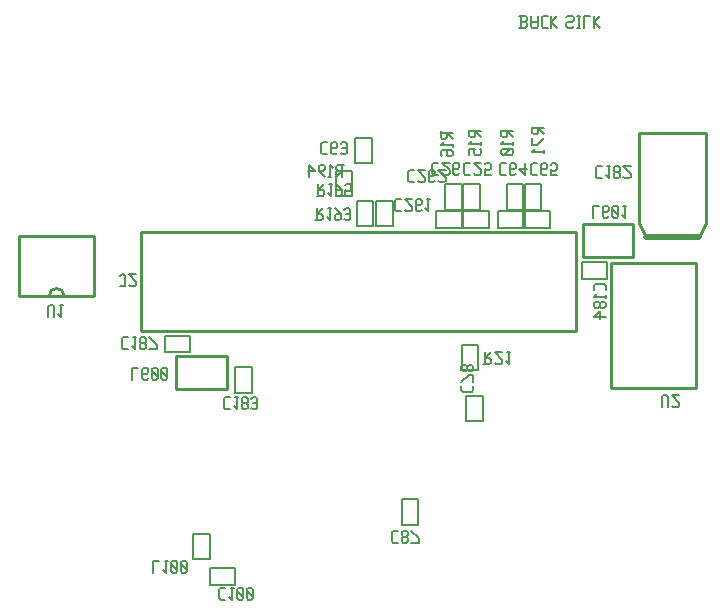
<source format=gbr>
G04 start of page 11 for group -4078 idx -4078
G04 Title: RX Daughterboard, bottomsilk *
G04 Creator: pcb-bin 1.99u *
G04 CreationDate: Sun Jan  7 00:01:30 2007 UTC *
G04 For: matt *
G04 Format: Gerber/RS-274X *
G04 PCB-Dimensions: 275000 250000 *
G04 PCB-Coordinate-Origin: lower left *
%MOIN*%
%FSLAX24Y24*%
%LNBACKSILK*%
%ADD11C,0.0050*%
%ADD12C,0.0060*%
%ADD13C,0.0100*%
%ADD14C,0.0200*%
G54D11*X21000Y23550D02*X21200D01*
X21250Y23500D01*
Y23400D02*Y23500D01*
X21200Y23350D02*X21250Y23400D01*
X21050Y23350D02*X21200D01*
X21050Y23150D02*Y23550D01*
X21000Y23150D02*X21200D01*
X21250Y23200D01*
Y23300D01*
X21200Y23350D02*X21250Y23300D01*
X21370Y23200D02*Y23550D01*
Y23200D02*X21420Y23150D01*
X21570D01*
X21620Y23200D01*
Y23550D01*
X21370Y23350D02*X21620D01*
X21790Y23550D02*X21940D01*
X21740Y23500D02*X21790Y23550D01*
X21740Y23200D02*Y23500D01*
Y23200D02*X21790Y23150D01*
X21940D01*
X22060D02*Y23550D01*
Y23350D02*X22260Y23150D01*
X22060Y23350D02*X22260Y23550D01*
X22760Y23150D02*X22810Y23200D01*
X22610Y23150D02*X22760D01*
X22560Y23200D02*X22610Y23150D01*
X22560Y23200D02*Y23300D01*
X22610Y23350D01*
X22760D01*
X22810Y23400D01*
Y23500D01*
X22760Y23550D02*X22810Y23500D01*
X22610Y23550D02*X22760D01*
X22560Y23500D02*X22610Y23550D01*
X22930Y23150D02*X23030D01*
X22980D02*Y23550D01*
X22930D02*X23030D01*
X23150Y23150D02*Y23550D01*
X23350D01*
X23470Y23150D02*Y23550D01*
Y23350D02*X23670Y23150D01*
X23470Y23350D02*X23670Y23550D01*
G54D12*X19230Y10870D02*X19770D01*
Y10030D01*
X19230D02*X19770D01*
X19230Y10870D02*Y10030D01*
X19080Y11730D02*X19620D01*
X19080Y12570D02*Y11730D01*
Y12570D02*X19620D01*
Y11730D01*
X17080Y6580D02*X17620D01*
X17080Y7420D02*Y6580D01*
Y7420D02*X17620D01*
Y6580D01*
X15580Y16530D02*X16120D01*
X15580Y17370D02*Y16530D01*
Y17370D02*X16120D01*
Y16530D01*
X14880Y17530D02*X15420D01*
X14880Y18370D02*Y17530D01*
Y18370D02*X15420D01*
Y17530D01*
G54D13*X9560Y12190D02*Y11110D01*
Y12190D02*X11240D01*
Y11110D01*
X9560D02*X11240D01*
G54D12*X11530Y10980D02*X12070D01*
X11530Y11820D02*Y10980D01*
Y11820D02*X12070D01*
Y10980D01*
X11520Y4580D02*Y5120D01*
X10680Y4580D02*X11520D01*
X10680D02*Y5120D01*
X11520D01*
X10130Y5430D02*X10670D01*
X10130Y6270D02*Y5430D01*
Y6270D02*X10670D01*
Y5430D01*
X9180Y12870D02*Y12330D01*
Y12870D02*X10020D01*
Y12330D01*
X9180D02*X10020D01*
G54D13*X24050Y15290D02*Y11150D01*
Y15290D02*X26900D01*
Y11150D01*
X24050D02*X26900D01*
G54D14*X25230Y16170D02*X26970D01*
G54D13*X25230D02*X24980Y16650D01*
Y19630D02*Y16650D01*
Y19630D02*X27220D01*
Y16650D01*
X26970Y16170D01*
G54D12*X23080Y15320D02*Y14780D01*
Y15320D02*X23920D01*
Y14780D01*
X23080D02*X23920D01*
X19130Y17920D02*X19670D01*
Y17080D01*
X19130D02*X19670D01*
X19130Y17920D02*Y17080D01*
X15530Y19470D02*X16070D01*
Y18630D01*
X15530D02*X16070D01*
X15530Y19470D02*Y18630D01*
X16230Y17370D02*X16770D01*
Y16530D01*
X16230D02*X16770D01*
X16230Y17370D02*Y16530D01*
X21120Y17020D02*Y16480D01*
X20280D02*X21120D01*
X20280Y17020D02*Y16480D01*
Y17020D02*X21120D01*
X19130D02*Y16480D01*
Y17020D02*X19970D01*
Y16480D01*
X19130D02*X19970D01*
G54D13*X8399Y16318D02*Y13018D01*
Y16318D02*X22899D01*
X8399Y13018D02*X22899D01*
Y16318D02*Y13018D01*
G54D12*X19070Y17020D02*Y16480D01*
X18230D02*X19070D01*
X18230Y17020D02*Y16480D01*
Y17020D02*X19070D01*
X18530Y17920D02*X19070D01*
Y17080D01*
X18530D02*X19070D01*
X18530Y17920D02*Y17080D01*
G54D13*X4310Y14200D02*X5820D01*
X5320D02*X6830D01*
Y16200D02*Y14200D01*
X4310Y16200D02*X6830D01*
X4310D02*Y14200D01*
X5820D02*G75*G03X5320Y14200I-250J0D01*G01*
G54D12*X21180Y17920D02*X21720D01*
Y17080D02*Y17920D01*
X21180Y17080D02*X21720D01*
X21180D02*Y17920D01*
X20580D02*X21120D01*
Y17080D01*
X20580D02*X21120D01*
X20580Y17920D02*Y17080D01*
X21180Y17020D02*Y16480D01*
Y17020D02*X22020D01*
Y16480D01*
X21180D02*X22020D01*
G54D13*X23110Y16590D02*Y15510D01*
Y16590D02*X24790D01*
Y15510D01*
X23110D02*X24790D01*
G54D11*X19060Y11060D02*Y11210D01*
X19110Y11010D02*X19060Y11060D01*
X19110Y11010D02*X19410D01*
X19460Y11060D01*
Y11210D01*
X19060Y11330D02*X19310Y11580D01*
X19460D01*
Y11330D02*Y11580D01*
X19110Y11700D02*X19060Y11750D01*
X19110Y11700D02*X19210D01*
X19260Y11750D01*
Y11850D01*
X19210Y11900D01*
X19110D02*X19210D01*
X19060Y11850D02*X19110Y11900D01*
X19060Y11750D02*Y11850D01*
X19310Y11700D02*X19260Y11750D01*
X19310Y11700D02*X19410D01*
X19460Y11750D01*
Y11850D01*
X19410Y11900D01*
X19310D02*X19410D01*
X19260Y11850D02*X19310Y11900D01*
X19800Y11930D02*X20000D01*
X20050Y11980D01*
Y12080D01*
X20000Y12130D02*X20050Y12080D01*
X19850Y12130D02*X20000D01*
X19850Y11930D02*Y12330D01*
Y12130D02*X20050Y12330D01*
X20170Y11980D02*X20220Y11930D01*
X20370D01*
X20420Y11980D01*
Y12080D01*
X20170Y12330D02*X20420Y12080D01*
X20170Y12330D02*X20420D01*
X20590D02*X20690D01*
X20640Y11930D02*Y12330D01*
X20540Y12030D02*X20640Y11930D01*
X25750Y10500D02*Y10850D01*
X25800Y10900D01*
X25900D01*
X25950Y10850D01*
Y10500D02*Y10850D01*
X26070Y10550D02*X26120Y10500D01*
X26270D01*
X26320Y10550D01*
Y10650D01*
X26070Y10900D02*X26320Y10650D01*
X26070Y10900D02*X26320D01*
X16800Y6380D02*X16950D01*
X16750Y6330D02*X16800Y6380D01*
X16750Y6030D02*Y6330D01*
Y6030D02*X16800Y5980D01*
X16950D01*
X17070Y6330D02*X17120Y6380D01*
X17070Y6230D02*Y6330D01*
Y6230D02*X17120Y6180D01*
X17220D01*
X17270Y6230D01*
Y6330D01*
X17220Y6380D02*X17270Y6330D01*
X17120Y6380D02*X17220D01*
X17070Y6130D02*X17120Y6180D01*
X17070Y6030D02*Y6130D01*
Y6030D02*X17120Y5980D01*
X17220D01*
X17270Y6030D01*
Y6130D01*
X17220Y6180D02*X17270Y6130D01*
X17390Y6380D02*X17640Y6130D01*
Y5980D02*Y6130D01*
X17390Y5980D02*X17640D01*
X14450Y19330D02*X14600D01*
X14400Y19280D02*X14450Y19330D01*
X14400Y18980D02*Y19280D01*
Y18980D02*X14450Y18930D01*
X14600D01*
X14870D02*X14920Y18980D01*
X14770Y18930D02*X14870D01*
X14720Y18980D02*X14770Y18930D01*
X14720Y18980D02*Y19280D01*
X14770Y19330D01*
X14870Y19130D02*X14920Y19180D01*
X14720Y19130D02*X14870D01*
X14770Y19330D02*X14870D01*
X14920Y19280D01*
Y19180D02*Y19280D01*
X15040Y18980D02*X15090Y18930D01*
X15190D01*
X15240Y18980D01*
Y19280D01*
X15190Y19330D02*X15240Y19280D01*
X15090Y19330D02*X15190D01*
X15040Y19280D02*X15090Y19330D01*
Y19130D02*X15240D01*
X16900Y17430D02*X17050D01*
X16850Y17380D02*X16900Y17430D01*
X16850Y17080D02*Y17380D01*
Y17080D02*X16900Y17030D01*
X17050D01*
X17170Y17080D02*X17220Y17030D01*
X17370D01*
X17420Y17080D01*
Y17180D01*
X17170Y17430D02*X17420Y17180D01*
X17170Y17430D02*X17420D01*
X17690Y17030D02*X17740Y17080D01*
X17590Y17030D02*X17690D01*
X17540Y17080D02*X17590Y17030D01*
X17540Y17080D02*Y17380D01*
X17590Y17430D01*
X17690Y17230D02*X17740Y17280D01*
X17540Y17230D02*X17690D01*
X17590Y17430D02*X17690D01*
X17740Y17380D01*
Y17280D02*Y17380D01*
X17910Y17430D02*X18010D01*
X17960Y17030D02*Y17430D01*
X17860Y17130D02*X17960Y17030D01*
X17335Y18385D02*X17485D01*
X17285Y18335D02*X17335Y18385D01*
X17285Y18035D02*Y18335D01*
Y18035D02*X17335Y17985D01*
X17485D01*
X17605Y18035D02*X17655Y17985D01*
X17805D01*
X17855Y18035D01*
Y18135D01*
X17605Y18385D02*X17855Y18135D01*
X17605Y18385D02*X17855D01*
X18125Y17985D02*X18175Y18035D01*
X18025Y17985D02*X18125D01*
X17975Y18035D02*X18025Y17985D01*
X17975Y18035D02*Y18335D01*
X18025Y18385D01*
X18125Y18185D02*X18175Y18235D01*
X17975Y18185D02*X18125D01*
X18025Y18385D02*X18125D01*
X18175Y18335D01*
Y18235D02*Y18335D01*
X18295Y18035D02*X18345Y17985D01*
X18495D01*
X18545Y18035D01*
Y18135D01*
X18295Y18385D02*X18545Y18135D01*
X18295Y18385D02*X18545D01*
X20400Y18630D02*X20550D01*
X20350Y18580D02*X20400Y18630D01*
X20350Y18280D02*Y18580D01*
Y18280D02*X20400Y18230D01*
X20550D01*
X20820D02*X20870Y18280D01*
X20720Y18230D02*X20820D01*
X20670Y18280D02*X20720Y18230D01*
X20670Y18280D02*Y18580D01*
X20720Y18630D01*
X20820Y18430D02*X20870Y18480D01*
X20670Y18430D02*X20820D01*
X20720Y18630D02*X20820D01*
X20870Y18580D01*
Y18480D02*Y18580D01*
X20990Y18430D02*X21190Y18230D01*
X20990Y18430D02*X21240D01*
X21190Y18230D02*Y18630D01*
X19200Y18650D02*X19350D01*
X19150Y18600D02*X19200Y18650D01*
X19150Y18300D02*Y18600D01*
Y18300D02*X19200Y18250D01*
X19350D01*
X19470Y18300D02*X19520Y18250D01*
X19670D01*
X19720Y18300D01*
Y18400D01*
X19470Y18650D02*X19720Y18400D01*
X19470Y18650D02*X19720D01*
X19840Y18250D02*X20040D01*
X19840D02*Y18450D01*
X19890Y18400D01*
X19990D01*
X20040Y18450D01*
Y18600D01*
X19990Y18650D02*X20040Y18600D01*
X19890Y18650D02*X19990D01*
X19840Y18600D02*X19890Y18650D01*
X18150D02*X18300D01*
X18100Y18600D02*X18150Y18650D01*
X18100Y18300D02*Y18600D01*
Y18300D02*X18150Y18250D01*
X18300D01*
X18420Y18300D02*X18470Y18250D01*
X18620D01*
X18670Y18300D01*
Y18400D01*
X18420Y18650D02*X18670Y18400D01*
X18420Y18650D02*X18670D01*
X18940Y18250D02*X18990Y18300D01*
X18840Y18250D02*X18940D01*
X18790Y18300D02*X18840Y18250D01*
X18790Y18300D02*Y18600D01*
X18840Y18650D01*
X18940Y18450D02*X18990Y18500D01*
X18790Y18450D02*X18940D01*
X18840Y18650D02*X18940D01*
X18990Y18600D01*
Y18500D02*Y18600D01*
X21430Y19650D02*Y19850D01*
Y19650D02*X21480Y19600D01*
X21580D01*
X21630Y19650D02*X21580Y19600D01*
X21630Y19650D02*Y19800D01*
X21430D02*X21830D01*
X21630D02*X21830Y19600D01*
Y19479D02*X21580Y19229D01*
X21430D02*X21580D01*
X21430D02*Y19479D01*
X21830Y18959D02*Y19059D01*
X21430Y19009D02*X21830D01*
X21530Y19109D02*X21430Y19009D01*
X18380Y19500D02*Y19700D01*
Y19500D02*X18430Y19450D01*
X18530D01*
X18580Y19500D02*X18530Y19450D01*
X18580Y19500D02*Y19650D01*
X18380D02*X18780D01*
X18580D02*X18780Y19450D01*
Y19179D02*Y19279D01*
X18380Y19229D02*X18780D01*
X18480Y19329D02*X18380Y19229D01*
Y18909D02*X18430Y18859D01*
X18380Y18909D02*Y19009D01*
X18430Y19059D02*X18380Y19009D01*
X18430Y19059D02*X18730D01*
X18780Y19009D01*
X18580Y18909D02*X18630Y18859D01*
X18580Y18909D02*Y19059D01*
X18780Y18909D02*Y19009D01*
Y18909D02*X18730Y18859D01*
X18630D02*X18730D01*
X19330Y19550D02*Y19750D01*
Y19550D02*X19380Y19500D01*
X19480D01*
X19530Y19550D02*X19480Y19500D01*
X19530Y19550D02*Y19700D01*
X19330D02*X19730D01*
X19530D02*X19730Y19500D01*
Y19229D02*Y19329D01*
X19330Y19279D02*X19730D01*
X19430Y19379D02*X19330Y19279D01*
Y18909D02*Y19109D01*
X19530D01*
X19480Y19059D01*
Y18959D02*Y19059D01*
Y18959D02*X19530Y18909D01*
X19680D01*
X19730Y18959D02*X19680Y18909D01*
X19730Y18959D02*Y19059D01*
X19680Y19109D02*X19730Y19059D01*
X20400Y19550D02*Y19750D01*
Y19550D02*X20450Y19500D01*
X20550D01*
X20600Y19550D02*X20550Y19500D01*
X20600Y19550D02*Y19700D01*
X20400D02*X20800D01*
X20600D02*X20800Y19500D01*
Y19229D02*Y19329D01*
X20400Y19279D02*X20800D01*
X20500Y19379D02*X20400Y19279D01*
X20750Y19109D02*X20800Y19059D01*
X20450Y19109D02*X20750D01*
X20450D02*X20400Y19059D01*
Y18959D02*Y19059D01*
Y18959D02*X20450Y18909D01*
X20750D01*
X20800Y18959D02*X20750Y18909D01*
X20800Y18959D02*Y19059D01*
X20700Y19109D02*X20500Y18909D01*
X21450Y18630D02*X21600D01*
X21400Y18580D02*X21450Y18630D01*
X21400Y18280D02*Y18580D01*
Y18280D02*X21450Y18230D01*
X21600D01*
X21870D02*X21920Y18280D01*
X21770Y18230D02*X21870D01*
X21720Y18280D02*X21770Y18230D01*
X21720Y18280D02*Y18580D01*
X21770Y18630D01*
X21870Y18430D02*X21920Y18480D01*
X21720Y18430D02*X21870D01*
X21770Y18630D02*X21870D01*
X21920Y18580D01*
Y18480D02*Y18580D01*
X22040Y18230D02*X22240D01*
X22040D02*Y18430D01*
X22090Y18380D01*
X22190D01*
X22240Y18430D01*
Y18580D01*
X22190Y18630D02*X22240Y18580D01*
X22090Y18630D02*X22190D01*
X22040Y18580D02*X22090Y18630D01*
X23450Y16810D02*Y17210D01*
X23650D01*
X23920Y16810D02*X23970Y16860D01*
X23820Y16810D02*X23920D01*
X23770Y16860D02*X23820Y16810D01*
X23770Y16860D02*Y17160D01*
X23820Y17210D01*
X23920Y17010D02*X23970Y17060D01*
X23770Y17010D02*X23920D01*
X23820Y17210D02*X23920D01*
X23970Y17160D01*
Y17060D02*Y17160D01*
X24090D02*X24140Y17210D01*
X24090Y16860D02*Y17160D01*
Y16860D02*X24140Y16810D01*
X24240D01*
X24290Y16860D01*
Y17160D01*
X24240Y17210D02*X24290Y17160D01*
X24140Y17210D02*X24240D01*
X24090Y17110D02*X24290Y16910D01*
X24460Y17210D02*X24560D01*
X24510Y16810D02*Y17210D01*
X24410Y16910D02*X24510Y16810D01*
X23600Y18520D02*X23750D01*
X23550Y18470D02*X23600Y18520D01*
X23550Y18170D02*Y18470D01*
Y18170D02*X23600Y18120D01*
X23750D01*
X23920Y18520D02*X24020D01*
X23970Y18120D02*Y18520D01*
X23870Y18220D02*X23970Y18120D01*
X24140Y18470D02*X24190Y18520D01*
X24140Y18370D02*Y18470D01*
Y18370D02*X24190Y18320D01*
X24290D01*
X24340Y18370D01*
Y18470D01*
X24290Y18520D02*X24340Y18470D01*
X24190Y18520D02*X24290D01*
X24140Y18270D02*X24190Y18320D01*
X24140Y18170D02*Y18270D01*
Y18170D02*X24190Y18120D01*
X24290D01*
X24340Y18170D01*
Y18270D01*
X24290Y18320D02*X24340Y18270D01*
X24460Y18170D02*X24510Y18120D01*
X24660D01*
X24710Y18170D01*
Y18270D01*
X24460Y18520D02*X24710Y18270D01*
X24460Y18520D02*X24710D01*
X23880Y14400D02*Y14550D01*
X23830Y14600D02*X23880Y14550D01*
X23530Y14600D02*X23830D01*
X23530D02*X23480Y14550D01*
Y14400D02*Y14550D01*
X23880Y14129D02*Y14229D01*
X23480Y14179D02*X23880D01*
X23580Y14279D02*X23480Y14179D01*
X23830Y14009D02*X23880Y13959D01*
X23730Y14009D02*X23830D01*
X23730D02*X23680Y13959D01*
Y13859D02*Y13959D01*
Y13859D02*X23730Y13809D01*
X23830D01*
X23880Y13859D02*X23830Y13809D01*
X23880Y13859D02*Y13959D01*
X23630Y14009D02*X23680Y13959D01*
X23530Y14009D02*X23630D01*
X23530D02*X23480Y13959D01*
Y13859D02*Y13959D01*
Y13859D02*X23530Y13809D01*
X23630D01*
X23680Y13859D02*X23630Y13809D01*
X23680Y13689D02*X23480Y13489D01*
X23680Y13439D02*Y13689D01*
X23480Y13489D02*X23880D01*
X5300Y13500D02*Y13850D01*
X5350Y13900D01*
X5450D01*
X5500Y13850D01*
Y13500D02*Y13850D01*
X5670Y13900D02*X5770D01*
X5720Y13500D02*Y13900D01*
X5620Y13600D02*X5720Y13500D01*
X7699Y14518D02*X7849D01*
Y14868D01*
X7799Y14918D02*X7849Y14868D01*
X7749Y14918D02*X7799D01*
X7699Y14868D02*X7749Y14918D01*
X7969Y14568D02*X8019Y14518D01*
X8169D01*
X8219Y14568D01*
Y14668D01*
X7969Y14918D02*X8219Y14668D01*
X7969Y14918D02*X8219D01*
X7800Y12830D02*X7950D01*
X7750Y12780D02*X7800Y12830D01*
X7750Y12480D02*Y12780D01*
Y12480D02*X7800Y12430D01*
X7950D01*
X8120Y12830D02*X8220D01*
X8170Y12430D02*Y12830D01*
X8070Y12530D02*X8170Y12430D01*
X8340Y12780D02*X8390Y12830D01*
X8340Y12680D02*Y12780D01*
Y12680D02*X8390Y12630D01*
X8490D01*
X8540Y12680D01*
Y12780D01*
X8490Y12830D02*X8540Y12780D01*
X8390Y12830D02*X8490D01*
X8340Y12580D02*X8390Y12630D01*
X8340Y12480D02*Y12580D01*
Y12480D02*X8390Y12430D01*
X8490D01*
X8540Y12480D01*
Y12580D01*
X8490Y12630D02*X8540Y12580D01*
X8660Y12830D02*X8910Y12580D01*
Y12430D02*Y12580D01*
X8660Y12430D02*X8910D01*
X11050Y4480D02*X11200D01*
X11000Y4430D02*X11050Y4480D01*
X11000Y4130D02*Y4430D01*
Y4130D02*X11050Y4080D01*
X11200D01*
X11370Y4480D02*X11470D01*
X11420Y4080D02*Y4480D01*
X11320Y4180D02*X11420Y4080D01*
X11590Y4430D02*X11640Y4480D01*
X11590Y4130D02*Y4430D01*
Y4130D02*X11640Y4080D01*
X11740D01*
X11790Y4130D01*
Y4430D01*
X11740Y4480D02*X11790Y4430D01*
X11640Y4480D02*X11740D01*
X11590Y4380D02*X11790Y4180D01*
X11910Y4430D02*X11960Y4480D01*
X11910Y4130D02*Y4430D01*
Y4130D02*X11960Y4080D01*
X12060D01*
X12110Y4130D01*
Y4430D01*
X12060Y4480D02*X12110Y4430D01*
X11960Y4480D02*X12060D01*
X11910Y4380D02*X12110Y4180D01*
X8800Y4980D02*Y5380D01*
X9000D01*
X9170D02*X9270D01*
X9220Y4980D02*Y5380D01*
X9120Y5080D02*X9220Y4980D01*
X9390Y5330D02*X9440Y5380D01*
X9390Y5030D02*Y5330D01*
Y5030D02*X9440Y4980D01*
X9540D01*
X9590Y5030D01*
Y5330D01*
X9540Y5380D02*X9590Y5330D01*
X9440Y5380D02*X9540D01*
X9390Y5280D02*X9590Y5080D01*
X9710Y5330D02*X9760Y5380D01*
X9710Y5030D02*Y5330D01*
Y5030D02*X9760Y4980D01*
X9860D01*
X9910Y5030D01*
Y5330D01*
X9860Y5380D02*X9910Y5330D01*
X9760Y5380D02*X9860D01*
X9710Y5280D02*X9910Y5080D01*
X8100Y11410D02*Y11810D01*
X8300D01*
X8570Y11410D02*X8620Y11460D01*
X8470Y11410D02*X8570D01*
X8420Y11460D02*X8470Y11410D01*
X8420Y11460D02*Y11760D01*
X8470Y11810D01*
X8570Y11610D02*X8620Y11660D01*
X8420Y11610D02*X8570D01*
X8470Y11810D02*X8570D01*
X8620Y11760D01*
Y11660D02*Y11760D01*
X8740D02*X8790Y11810D01*
X8740Y11460D02*Y11760D01*
Y11460D02*X8790Y11410D01*
X8890D01*
X8940Y11460D01*
Y11760D01*
X8890Y11810D02*X8940Y11760D01*
X8790Y11810D02*X8890D01*
X8740Y11710D02*X8940Y11510D01*
X9060Y11760D02*X9110Y11810D01*
X9060Y11460D02*Y11760D01*
Y11460D02*X9110Y11410D01*
X9210D01*
X9260Y11460D01*
Y11760D01*
X9210Y11810D02*X9260Y11760D01*
X9110Y11810D02*X9210D01*
X9060Y11710D02*X9260Y11510D01*
X11200Y10830D02*X11350D01*
X11150Y10780D02*X11200Y10830D01*
X11150Y10480D02*Y10780D01*
Y10480D02*X11200Y10430D01*
X11350D01*
X11520Y10830D02*X11620D01*
X11570Y10430D02*Y10830D01*
X11470Y10530D02*X11570Y10430D01*
X11740Y10780D02*X11790Y10830D01*
X11740Y10680D02*Y10780D01*
Y10680D02*X11790Y10630D01*
X11890D01*
X11940Y10680D01*
Y10780D01*
X11890Y10830D02*X11940Y10780D01*
X11790Y10830D02*X11890D01*
X11740Y10580D02*X11790Y10630D01*
X11740Y10480D02*Y10580D01*
Y10480D02*X11790Y10430D01*
X11890D01*
X11940Y10480D01*
Y10580D01*
X11890Y10630D02*X11940Y10580D01*
X12060Y10480D02*X12110Y10430D01*
X12210D01*
X12260Y10480D01*
Y10780D01*
X12210Y10830D02*X12260Y10780D01*
X12110Y10830D02*X12210D01*
X12060Y10780D02*X12110Y10830D01*
Y10630D02*X12260D01*
X14200Y16730D02*X14400D01*
X14450Y16780D01*
Y16880D01*
X14400Y16930D02*X14450Y16880D01*
X14250Y16930D02*X14400D01*
X14250Y16730D02*Y17130D01*
Y16930D02*X14450Y17130D01*
X14620D02*X14720D01*
X14670Y16730D02*Y17130D01*
X14570Y16830D02*X14670Y16730D01*
X14840Y17130D02*X15040Y16930D01*
Y16780D02*Y16930D01*
X14990Y16730D02*X15040Y16780D01*
X14890Y16730D02*X14990D01*
X14840Y16780D02*X14890Y16730D01*
X14840Y16780D02*Y16880D01*
X14890Y16930D01*
X15040D01*
X15160Y16780D02*X15210Y16730D01*
X15310D01*
X15360Y16780D01*
Y17080D01*
X15310Y17130D02*X15360Y17080D01*
X15210Y17130D02*X15310D01*
X15160Y17080D02*X15210Y17130D01*
Y16930D02*X15360D01*
X14950Y18570D02*X15150D01*
X14950D02*X14900Y18520D01*
Y18420D02*Y18520D01*
X14950Y18370D02*X14900Y18420D01*
X14950Y18370D02*X15100D01*
Y18170D02*Y18570D01*
Y18370D02*X14900Y18170D01*
X14629D02*X14729D01*
X14679D02*Y18570D01*
X14779Y18470D02*X14679Y18570D01*
X14509Y18170D02*X14309Y18370D01*
Y18520D01*
X14359Y18570D02*X14309Y18520D01*
X14359Y18570D02*X14459D01*
X14509Y18520D02*X14459Y18570D01*
X14509Y18420D02*Y18520D01*
Y18420D02*X14459Y18370D01*
X14309D02*X14459D01*
X14189D02*X13989Y18570D01*
X13939Y18370D02*X14189D01*
X13989Y18170D02*Y18570D01*
X14235Y17535D02*X14435D01*
X14485Y17585D01*
Y17685D01*
X14435Y17735D02*X14485Y17685D01*
X14285Y17735D02*X14435D01*
X14285Y17535D02*Y17935D01*
Y17735D02*X14485Y17935D01*
X14655D02*X14755D01*
X14705Y17535D02*Y17935D01*
X14605Y17635D02*X14705Y17535D01*
X14875Y17935D02*X15075Y17735D01*
Y17585D02*Y17735D01*
X15025Y17535D02*X15075Y17585D01*
X14925Y17535D02*X15025D01*
X14875Y17585D02*X14925Y17535D01*
X14875Y17585D02*Y17685D01*
X14925Y17735D01*
X15075D01*
X15195Y17535D02*X15395D01*
X15195D02*Y17735D01*
X15245Y17685D01*
X15345D01*
X15395Y17735D01*
Y17885D01*
X15345Y17935D02*X15395Y17885D01*
X15245Y17935D02*X15345D01*
X15195Y17885D02*X15245Y17935D01*
M02*

</source>
